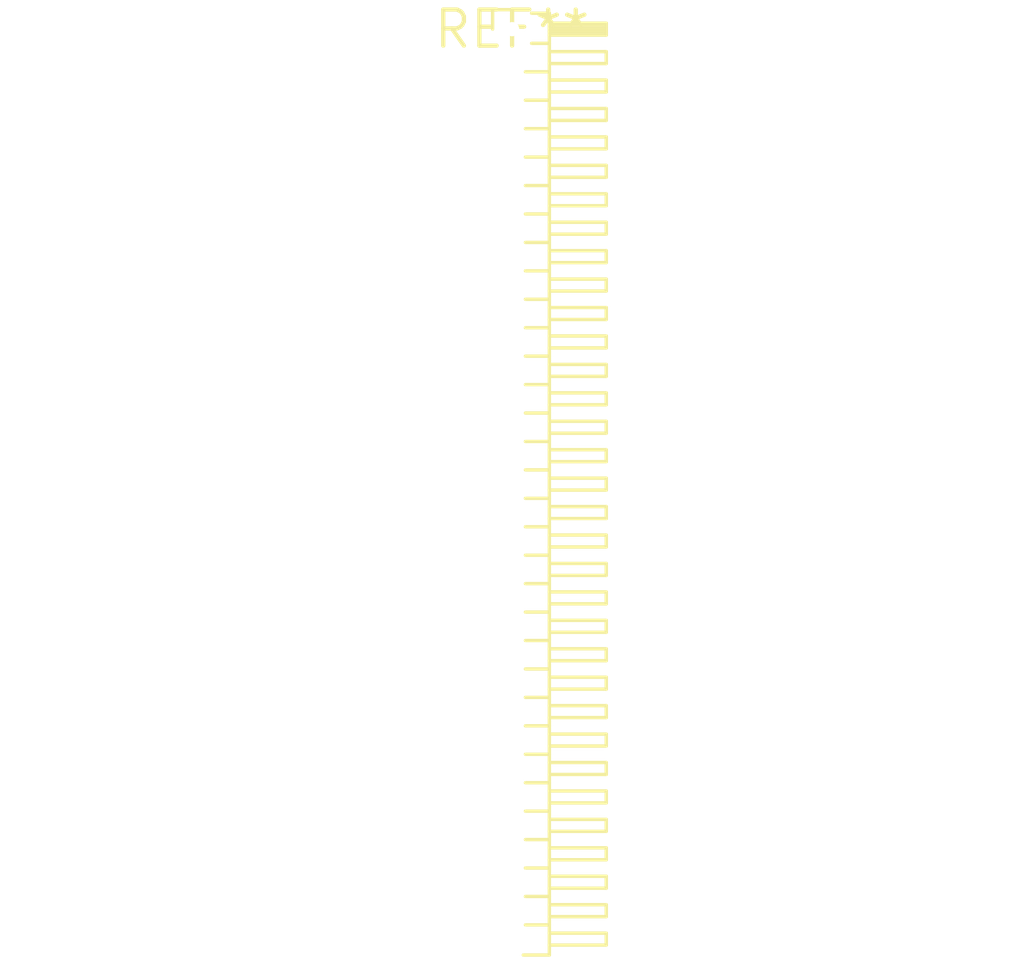
<source format=kicad_pcb>
(kicad_pcb (version 20240108) (generator pcbnew)
  (layers (0 "F.Cu" signal) (31 "B.Cu" signal) (34 "B.Paste" user) (35 "F.Paste" user) (36 "B.SilkS" user "B.Silkscreen") (37 "F.SilkS" user "F.Silkscreen") (38 "B.Mask" user) (39 "F.Mask" user) (44 "Edge.Cuts" user))
  (net 0 "")
  (footprint "PinHeader_1x33_P1.00mm_Horizontal" (layer "F.Cu") (at 0 0)
    (property "Reference" "REF**")
    (property "Value" "PinHeader_1x33_P1.00mm_Horizontal")
    (fp_line (start -0.685 -0.685) (end 0 -0.685) (layer "F.SilkS") (stroke (width 0.12)))
    (fp_line (start -0.685 0) (end -0.685 -0.685) (layer "F.SilkS") (stroke (width 0.12)))
    (fp_line (start 0.468215 1.5) (end 1.31 1.5) (layer "F.SilkS") (stroke (width 0.12)))
    (fp_line (start 0.468215 2.5) (end 1.31 2.5) (layer "F.SilkS") (stroke (width 0.12)))
    (fp_line (start 0.468215 3.5) (end 1.31 3.5) (layer "F.SilkS") (stroke (width 0.12)))
    (fp_line (start 0.468215 4.5) (end 1.31 4.5) (layer "F.SilkS") (stroke (width 0.12)))
    (fp_line (start 0.468215 5.5) (end 1.31 5.5) (layer "F.SilkS") (stroke (width 0.12)))
    (fp_line (start 0.468215 6.5) (end 1.31 6.5) (layer "F.SilkS") (stroke (width 0.12)))
    (fp_line (start 0.468215 7.5) (end 1.31 7.5) (layer "F.SilkS") (stroke (width 0.12)))
    (fp_line (start 0.468215 8.5) (end 1.31 8.5) (layer "F.SilkS") (stroke (width 0.12)))
    (fp_line (start 0.468215 9.5) (end 1.31 9.5) (layer "F.SilkS") (stroke (width 0.12)))
    (fp_line (start 0.468215 10.5) (end 1.31 10.5) (layer "F.SilkS") (stroke (width 0.12)))
    (fp_line (start 0.468215 11.5) (end 1.31 11.5) (layer "F.SilkS") (stroke (width 0.12)))
    (fp_line (start 0.468215 12.5) (end 1.31 12.5) (layer "F.SilkS") (stroke (width 0.12)))
    (fp_line (start 0.468215 13.5) (end 1.31 13.5) (layer "F.SilkS") (stroke (width 0.12)))
    (fp_line (start 0.468215 14.5) (end 1.31 14.5) (layer "F.SilkS") (stroke (width 0.12)))
    (fp_line (start 0.468215 15.5) (end 1.31 15.5) (layer "F.SilkS") (stroke (width 0.12)))
    (fp_line (start 0.468215 16.5) (end 1.31 16.5) (layer "F.SilkS") (stroke (width 0.12)))
    (fp_line (start 0.468215 17.5) (end 1.31 17.5) (layer "F.SilkS") (stroke (width 0.12)))
    (fp_line (start 0.468215 18.5) (end 1.31 18.5) (layer "F.SilkS") (stroke (width 0.12)))
    (fp_line (start 0.468215 19.5) (end 1.31 19.5) (layer "F.SilkS") (stroke (width 0.12)))
    (fp_line (start 0.468215 20.5) (end 1.31 20.5) (layer "F.SilkS") (stroke (width 0.12)))
    (fp_line (start 0.468215 21.5) (end 1.31 21.5) (layer "F.SilkS") (stroke (width 0.12)))
    (fp_line (start 0.468215 22.5) (end 1.31 22.5) (layer "F.SilkS") (stroke (width 0.12)))
    (fp_line (start 0.468215 23.5) (end 1.31 23.5) (layer "F.SilkS") (stroke (width 0.12)))
    (fp_line (start 0.468215 24.5) (end 1.31 24.5) (layer "F.SilkS") (stroke (width 0.12)))
    (fp_line (start 0.468215 25.5) (end 1.31 25.5) (layer "F.SilkS") (stroke (width 0.12)))
    (fp_line (start 0.468215 26.5) (end 1.31 26.5) (layer "F.SilkS") (stroke (width 0.12)))
    (fp_line (start 0.468215 27.5) (end 1.31 27.5) (layer "F.SilkS") (stroke (width 0.12)))
    (fp_line (start 0.468215 28.5) (end 1.31 28.5) (layer "F.SilkS") (stroke (width 0.12)))
    (fp_line (start 0.468215 29.5) (end 1.31 29.5) (layer "F.SilkS") (stroke (width 0.12)))
    (fp_line (start 0.468215 30.5) (end 1.31 30.5) (layer "F.SilkS") (stroke (width 0.12)))
    (fp_line (start 0.468215 31.5) (end 1.31 31.5) (layer "F.SilkS") (stroke (width 0.12)))
    (fp_line (start 0.685 -0.56) (end 1.31 -0.56) (layer "F.SilkS") (stroke (width 0.12)))
    (fp_line (start 0.685 0.5) (end 1.31 0.5) (layer "F.SilkS") (stroke (width 0.12)))
    (fp_line (start 1.31 -0.56) (end 1.31 32.56) (layer "F.SilkS") (stroke (width 0.12)))
    (fp_line (start 1.31 -0.21) (end 3.31 -0.21) (layer "F.SilkS") (stroke (width 0.12)))
    (fp_line (start 1.31 -0.15) (end 3.31 -0.15) (layer "F.SilkS") (stroke (width 0.12)))
    (fp_line (start 1.31 -0.03) (end 3.31 -0.03) (layer "F.SilkS") (stroke (width 0.12)))
    (fp_line (start 1.31 0.09) (end 3.31 0.09) (layer "F.SilkS") (stroke (width 0.12)))
    (fp_line (start 1.31 0.79) (end 3.31 0.79) (layer "F.SilkS") (stroke (width 0.12)))
    (fp_line (start 1.31 1.79) (end 3.31 1.79) (layer "F.SilkS") (stroke (width 0.12)))
    (fp_line (start 1.31 2.79) (end 3.31 2.79) (layer "F.SilkS") (stroke (width 0.12)))
    (fp_line (start 1.31 3.79) (end 3.31 3.79) (layer "F.SilkS") (stroke (width 0.12)))
    (fp_line (start 1.31 4.79) (end 3.31 4.79) (layer "F.SilkS") (stroke (width 0.12)))
    (fp_line (start 1.31 5.79) (end 3.31 5.79) (layer "F.SilkS") (stroke (width 0.12)))
    (fp_line (start 1.31 6.79) (end 3.31 6.79) (layer "F.SilkS") (stroke (width 0.12)))
    (fp_line (start 1.31 7.79) (end 3.31 7.79) (layer "F.SilkS") (stroke (width 0.12)))
    (fp_line (start 1.31 8.79) (end 3.31 8.79) (layer "F.SilkS") (stroke (width 0.12)))
    (fp_line (start 1.31 9.79) (end 3.31 9.79) (layer "F.SilkS") (stroke (width 0.12)))
    (fp_line (start 1.31 10.79) (end 3.31 10.79) (layer "F.SilkS") (stroke (width 0.12)))
    (fp_line (start 1.31 11.79) (end 3.31 11.79) (layer "F.SilkS") (stroke (width 0.12)))
    (fp_line (start 1.31 12.79) (end 3.31 12.79) (layer "F.SilkS") (stroke (width 0.12)))
    (fp_line (start 1.31 13.79) (end 3.31 13.79) (layer "F.SilkS") (stroke (width 0.12)))
    (fp_line (start 1.31 14.79) (end 3.31 14.79) (layer "F.SilkS") (stroke (width 0.12)))
    (fp_line (start 1.31 15.79) (end 3.31 15.79) (layer "F.SilkS") (stroke (width 0.12)))
    (fp_line (start 1.31 16.79) (end 3.31 16.79) (layer "F.SilkS") (stroke (width 0.12)))
    (fp_line (start 1.31 17.79) (end 3.31 17.79) (layer "F.SilkS") (stroke (width 0.12)))
    (fp_line (start 1.31 18.79) (end 3.31 18.79) (layer "F.SilkS") (stroke (width 0.12)))
    (fp_line (start 1.31 19.79) (end 3.31 19.79) (layer "F.SilkS") (stroke (width 0.12)))
    (fp_line (start 1.31 20.79) (end 3.31 20.79) (layer "F.SilkS") (stroke (width 0.12)))
    (fp_line (start 1.31 21.79) (end 3.31 21.79) (layer "F.SilkS") (stroke (width 0.12)))
    (fp_line (start 1.31 22.79) (end 3.31 22.79) (layer "F.SilkS") (stroke (width 0.12)))
    (fp_line (start 1.31 23.79) (end 3.31 23.79) (layer "F.SilkS") (stroke (width 0.12)))
    (fp_line (start 1.31 24.79) (end 3.31 24.79) (layer "F.SilkS") (stroke (width 0.12)))
    (fp_line (start 1.31 25.79) (end 3.31 25.79) (layer "F.SilkS") (stroke (width 0.12)))
    (fp_line (start 1.31 26.79) (end 3.31 26.79) (layer "F.SilkS") (stroke (width 0.12)))
    (fp_line (start 1.31 27.79) (end 3.31 27.79) (layer "F.SilkS") (stroke (width 0.12)))
    (fp_line (start 1.31 28.79) (end 3.31 28.79) (layer "F.SilkS") (stroke (width 0.12)))
    (fp_line (start 1.31 29.79) (end 3.31 29.79) (layer "F.SilkS") (stroke (width 0.12)))
    (fp_line (start 1.31 30.79) (end 3.31 30.79) (layer "F.SilkS") (stroke (width 0.12)))
    (fp_line (start 1.31 31.79) (end 3.31 31.79) (layer "F.SilkS") (stroke (width 0.12)))
    (fp_line (start 1.31 32.56) (end 0.394493 32.56) (layer "F.SilkS") (stroke (width 0.12)))
    (fp_line (start 3.31 -0.21) (end 3.31 0.21) (layer "F.SilkS") (stroke (width 0.12)))
    (fp_line (start 3.31 0.21) (end 1.31 0.21) (layer "F.SilkS") (stroke (width 0.12)))
    (fp_line (start 3.31 0.79) (end 3.31 1.21) (layer "F.SilkS") (stroke (width 0.12)))
    (fp_line (start 3.31 1.21) (end 1.31 1.21) (layer "F.SilkS") (stroke (width 0.12)))
    (fp_line (start 3.31 1.79) (end 3.31 2.21) (layer "F.SilkS") (stroke (width 0.12)))
    (fp_line (start 3.31 2.21) (end 1.31 2.21) (layer "F.SilkS") (stroke (width 0.12)))
    (fp_line (start 3.31 2.79) (end 3.31 3.21) (layer "F.SilkS") (stroke (width 0.12)))
    (fp_line (start 3.31 3.21) (end 1.31 3.21) (layer "F.SilkS") (stroke (width 0.12)))
    (fp_line (start 3.31 3.79) (end 3.31 4.21) (layer "F.SilkS") (stroke (width 0.12)))
    (fp_line (start 3.31 4.21) (end 1.31 4.21) (layer "F.SilkS") (stroke (width 0.12)))
    (fp_line (start 3.31 4.79) (end 3.31 5.21) (layer "F.SilkS") (stroke (width 0.12)))
    (fp_line (start 3.31 5.21) (end 1.31 5.21) (layer "F.SilkS") (stroke (width 0.12)))
    (fp_line (start 3.31 5.79) (end 3.31 6.21) (layer "F.SilkS") (stroke (width 0.12)))
    (fp_line (start 3.31 6.21) (end 1.31 6.21) (layer "F.SilkS") (stroke (width 0.12)))
    (fp_line (start 3.31 6.79) (end 3.31 7.21) (layer "F.SilkS") (stroke (width 0.12)))
    (fp_line (start 3.31 7.21) (end 1.31 7.21) (layer "F.SilkS") (stroke (width 0.12)))
    (fp_line (start 3.31 7.79) (end 3.31 8.21) (layer "F.SilkS") (stroke (width 0.12)))
    (fp_line (start 3.31 8.21) (end 1.31 8.21) (layer "F.SilkS") (stroke (width 0.12)))
    (fp_line (start 3.31 8.79) (end 3.31 9.21) (layer "F.SilkS") (stroke (width 0.12)))
    (fp_line (start 3.31 9.21) (end 1.31 9.21) (layer "F.SilkS") (stroke (width 0.12)))
    (fp_line (start 3.31 9.79) (end 3.31 10.21) (layer "F.SilkS") (stroke (width 0.12)))
    (fp_line (start 3.31 10.21) (end 1.31 10.21) (layer "F.SilkS") (stroke (width 0.12)))
    (fp_line (start 3.31 10.79) (end 3.31 11.21) (layer "F.SilkS") (stroke (width 0.12)))
    (fp_line (start 3.31 11.21) (end 1.31 11.21) (layer "F.SilkS") (stroke (width 0.12)))
    (fp_line (start 3.31 11.79) (end 3.31 12.21) (layer "F.SilkS") (stroke (width 0.12)))
    (fp_line (start 3.31 12.21) (end 1.31 12.21) (layer "F.SilkS") (stroke (width 0.12)))
    (fp_line (start 3.31 12.79) (end 3.31 13.21) (layer "F.SilkS") (stroke (width 0.12)))
    (fp_line (start 3.31 13.21) (end 1.31 13.21) (layer "F.SilkS") (stroke (width 0.12)))
    (fp_line (start 3.31 13.79) (end 3.31 14.21) (layer "F.SilkS") (stroke (width 0.12)))
    (fp_line (start 3.31 14.21) (end 1.31 14.21) (layer "F.SilkS") (stroke (width 0.12)))
    (fp_line (start 3.31 14.79) (end 3.31 15.21) (layer "F.SilkS") (stroke (width 0.12)))
    (fp_line (start 3.31 15.21) (end 1.31 15.21) (layer "F.SilkS") (stroke (width 0.12)))
    (fp_line (start 3.31 15.79) (end 3.31 16.21) (layer "F.SilkS") (stroke (width 0.12)))
    (fp_line (start 3.31 16.21) (end 1.31 16.21) (layer "F.SilkS") (stroke (width 0.12)))
    (fp_line (start 3.31 16.79) (end 3.31 17.21) (layer "F.SilkS") (stroke (width 0.12)))
    (fp_line (start 3.31 17.21) (end 1.31 17.21) (layer "F.SilkS") (stroke (width 0.12)))
    (fp_line (start 3.31 17.79) (end 3.31 18.21) (layer "F.SilkS") (stroke (width 0.12)))
    (fp_line (start 3.31 18.21) (end 1.31 18.21) (layer "F.SilkS") (stroke (width 0.12)))
    (fp_line (start 3.31 18.79) (end 3.31 19.21) (layer "F.SilkS") (stroke (width 0.12)))
    (fp_line (start 3.31 19.21) (end 1.31 19.21) (layer "F.SilkS") (stroke (width 0.12)))
    (fp_line (start 3.31 19.79) (end 3.31 20.21) (layer "F.SilkS") (stroke (width 0.12)))
    (fp_line (start 3.31 20.21) (end 1.31 20.21) (layer "F.SilkS") (stroke (width 0.12)))
    (fp_line (start 3.31 20.79) (end 3.31 21.21) (layer "F.SilkS") (stroke (width 0.12)))
    (fp_line (start 3.31 21.21) (end 1.31 21.21) (layer "F.SilkS") (stroke (width 0.12)))
    (fp_line (start 3.31 21.79) (end 3.31 22.21) (layer "F.SilkS") (stroke (width 0.12)))
    (fp_line (start 3.31 22.21) (end 1.31 22.21) (layer "F.SilkS") (stroke (width 0.12)))
    (fp_line (start 3.31 22.79) (end 3.31 23.21) (layer "F.SilkS") (stroke (width 0.12)))
    (fp_line (start 3.31 23.21) (end 1.31 23.21) (layer "F.SilkS") (stroke (width 0.12)))
    (fp_line (start 3.31 23.79) (end 3.31 24.21) (layer "F.SilkS") (stroke (width 0.12)))
    (fp_line (start 3.31 24.21) (end 1.31 24.21) (layer "F.SilkS") (stroke (width 0.12)))
    (fp_line (start 3.31 24.79) (end 3.31 25.21) (layer "F.SilkS") (stroke (width 0.12)))
    (fp_line (start 3.31 25.21) (end 1.31 25.21) (layer "F.SilkS") (stroke (width 0.12)))
    (fp_line (start 3.31 25.79) (end 3.31 26.21) (layer "F.SilkS") (stroke (width 0.12)))
    (fp_line (start 3.31 26.21) (end 1.31 26.21) (layer "F.SilkS") (stroke (width 0.12)))
    (fp_line (start 3.31 26.79) (end 3.31 27.21) (layer "F.SilkS") (stroke (width 0.12)))
    (fp_line (start 3.31 27.21) (end 1.31 27.21) (layer "F.SilkS") (stroke (width 0.12)))
    (fp_line (start 3.31 27.79) (end 3.31 28.21) (layer "F.SilkS") (stroke (width 0.12)))
    (fp_line (start 3.31 28.21) (end 1.31 28.21) (layer "F.SilkS") (stroke (width 0.12)))
    (fp_line (start 3.31 28.79) (end 3.31 29.21) (layer "F.SilkS") (stroke (width 0.12)))
    (fp_line (start 3.31 29.21) (end 1.31 29.21) (layer "F.SilkS") (stroke (width 0.12)))
    (fp_line (start 3.31 29.79) (end 3.31 30.21) (layer "F.SilkS") (stroke (width 0.12)))
    (fp_line (start 3.31 30.21) (end 1.31 30.21) (layer "F.SilkS") (stroke (width 0.12)))
    (fp_line (start 3.31 30.79) (end 3.31 31.21) (layer "F.SilkS") (stroke (width 0.12)))
    (fp_line (start 3.31 31.21) (end 1.31 31.21) (layer "F.SilkS") (stroke (width 0.12)))
    (fp_line (start 3.31 31.79) (end 3.31 32.21) (layer "F.SilkS") (stroke (width 0.12)))
    (fp_line (start 3.31 32.21) (end 1.31 32.21) (layer "F.SilkS") (stroke (width 0.12)))
    (pad "1" thru_hole rect (at 0 0) (size 0.85 0.85) (drill 0.5) (layers *.Cu *.Mask) (remove_unused_layers))
    (pad "2" thru_hole oval (at 0 1) (size 0.85 0.85) (drill 0.5) (layers *.Cu *.Mask) (remove_unused_layers))
    (pad "3" thru_hole oval (at 0 2) (size 0.85 0.85) (drill 0.5) (layers *.Cu *.Mask) (remove_unused_layers))
    (pad "4" thru_hole oval (at 0 3) (size 0.85 0.85) (drill 0.5) (layers *.Cu *.Mask) (remove_unused_layers))
    (pad "5" thru_hole oval (at 0 4) (size 0.85 0.85) (drill 0.5) (layers *.Cu *.Mask) (remove_unused_layers))
    (pad "6" thru_hole oval (at 0 5) (size 0.85 0.85) (drill 0.5) (layers *.Cu *.Mask) (remove_unused_layers))
    (pad "7" thru_hole oval (at 0 6) (size 0.85 0.85) (drill 0.5) (layers *.Cu *.Mask) (remove_unused_layers))
    (pad "8" thru_hole oval (at 0 7) (size 0.85 0.85) (drill 0.5) (layers *.Cu *.Mask) (remove_unused_layers))
    (pad "9" thru_hole oval (at 0 8) (size 0.85 0.85) (drill 0.5) (layers *.Cu *.Mask) (remove_unused_layers))
    (pad "10" thru_hole oval (at 0 9) (size 0.85 0.85) (drill 0.5) (layers *.Cu *.Mask) (remove_unused_layers))
    (pad "11" thru_hole oval (at 0 10) (size 0.85 0.85) (drill 0.5) (layers *.Cu *.Mask) (remove_unused_layers))
    (pad "12" thru_hole oval (at 0 11) (size 0.85 0.85) (drill 0.5) (layers *.Cu *.Mask) (remove_unused_layers))
    (pad "13" thru_hole oval (at 0 12) (size 0.85 0.85) (drill 0.5) (layers *.Cu *.Mask) (remove_unused_layers))
    (pad "14" thru_hole oval (at 0 13) (size 0.85 0.85) (drill 0.5) (layers *.Cu *.Mask) (remove_unused_layers))
    (pad "15" thru_hole oval (at 0 14) (size 0.85 0.85) (drill 0.5) (layers *.Cu *.Mask) (remove_unused_layers))
    (pad "16" thru_hole oval (at 0 15) (size 0.85 0.85) (drill 0.5) (layers *.Cu *.Mask) (remove_unused_layers))
    (pad "17" thru_hole oval (at 0 16) (size 0.85 0.85) (drill 0.5) (layers *.Cu *.Mask) (remove_unused_layers))
    (pad "18" thru_hole oval (at 0 17) (size 0.85 0.85) (drill 0.5) (layers *.Cu *.Mask) (remove_unused_layers))
    (pad "19" thru_hole oval (at 0 18) (size 0.85 0.85) (drill 0.5) (layers *.Cu *.Mask) (remove_unused_layers))
    (pad "20" thru_hole oval (at 0 19) (size 0.85 0.85) (drill 0.5) (layers *.Cu *.Mask) (remove_unused_layers))
    (pad "21" thru_hole oval (at 0 20) (size 0.85 0.85) (drill 0.5) (layers *.Cu *.Mask) (remove_unused_layers))
    (pad "22" thru_hole oval (at 0 21) (size 0.85 0.85) (drill 0.5) (layers *.Cu *.Mask) (remove_unused_layers))
    (pad "23" thru_hole oval (at 0 22) (size 0.85 0.85) (drill 0.5) (layers *.Cu *.Mask) (remove_unused_layers))
    (pad "24" thru_hole oval (at 0 23) (size 0.85 0.85) (drill 0.5) (layers *.Cu *.Mask) (remove_unused_layers))
    (pad "25" thru_hole oval (at 0 24) (size 0.85 0.85) (drill 0.5) (layers *.Cu *.Mask) (remove_unused_layers))
    (pad "26" thru_hole oval (at 0 25) (size 0.85 0.85) (drill 0.5) (layers *.Cu *.Mask) (remove_unused_layers))
    (pad "27" thru_hole oval (at 0 26) (size 0.85 0.85) (drill 0.5) (layers *.Cu *.Mask) (remove_unused_layers))
    (pad "28" thru_hole oval (at 0 27) (size 0.85 0.85) (drill 0.5) (layers *.Cu *.Mask) (remove_unused_layers))
    (pad "29" thru_hole oval (at 0 28) (size 0.85 0.85) (drill 0.5) (layers *.Cu *.Mask) (remove_unused_layers))
    (pad "30" thru_hole oval (at 0 29) (size 0.85 0.85) (drill 0.5) (layers *.Cu *.Mask) (remove_unused_layers))
    (pad "31" thru_hole oval (at 0 30) (size 0.85 0.85) (drill 0.5) (layers *.Cu *.Mask) (remove_unused_layers))
    (pad "32" thru_hole oval (at 0 31) (size 0.85 0.85) (drill 0.5) (layers *.Cu *.Mask) (remove_unused_layers))
    (pad "33" thru_hole oval (at 0 32) (size 0.85 0.85) (drill 0.5) (layers *.Cu *.Mask) (remove_unused_layers))
  )
)
</source>
